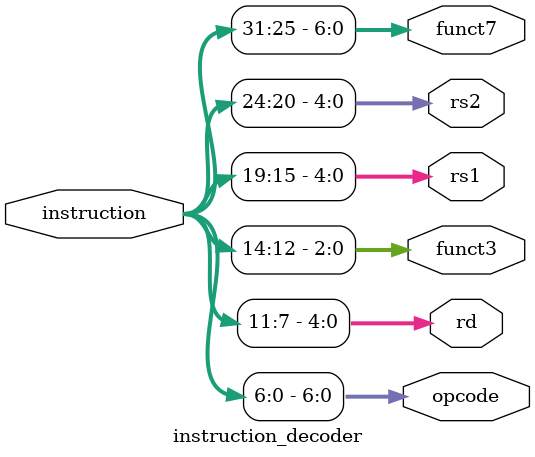
<source format=sv>
`timescale 1ns/1ps

module instruction_decoder (
  input logic [31:0] instruction,

  output logic [6:0] opcode,
  output logic [4:0] rd,
  output logic [2:0] funct3,
  output logic [4:0] rs1,
  output logic [4:0] rs2,
  output logic [6:0] funct7

);

  assign opcode = instruction[6:0];
  assign rd     = instruction[11:7];
  assign funct3 = instruction[14:12];
  assign rs1    = instruction[19:15];
  assign rs2    = instruction[24:20];
  assign funct7 = instruction[31:25];

endmodule
</source>
